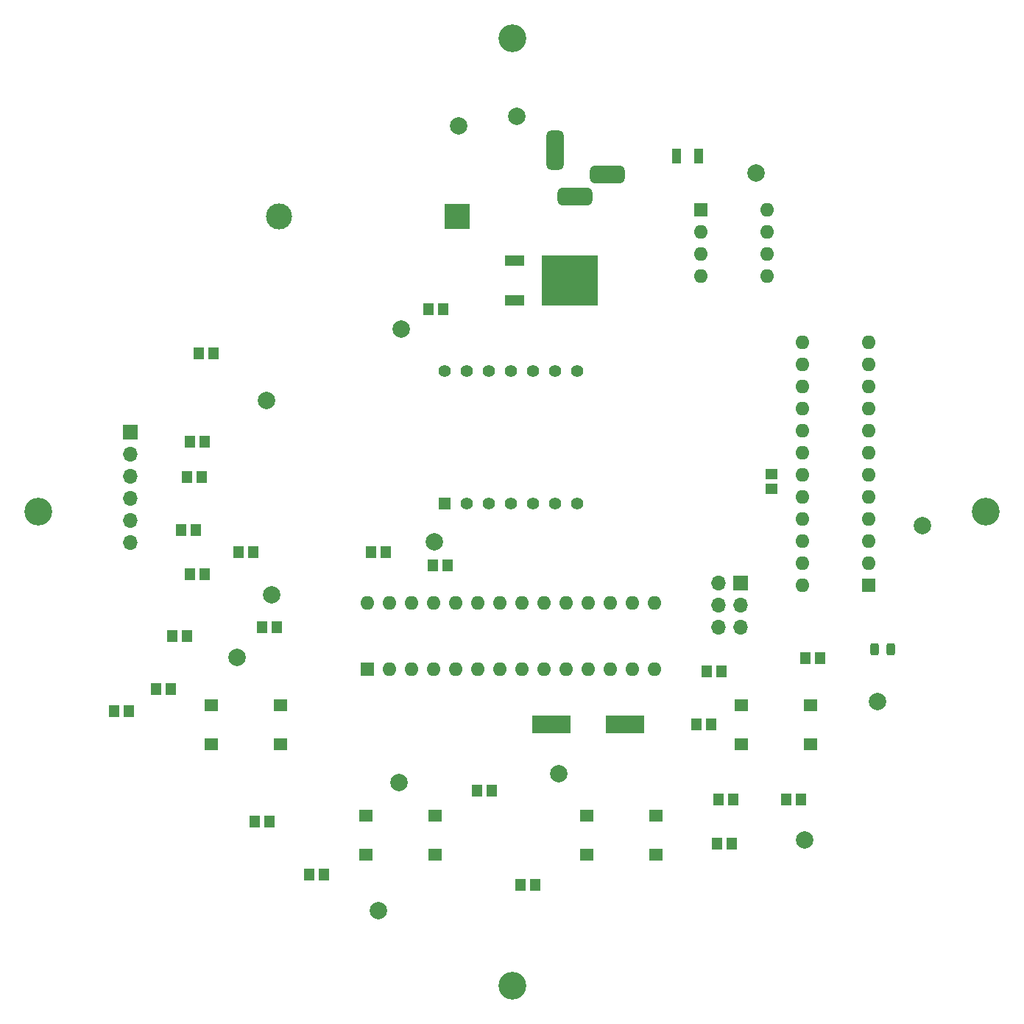
<source format=gbr>
%TF.GenerationSoftware,KiCad,Pcbnew,(6.0.5)*%
%TF.CreationDate,2022-07-22T15:05:17-04:00*%
%TF.ProjectId,circle_clock_design,63697263-6c65-45f6-936c-6f636b5f6465,rev?*%
%TF.SameCoordinates,PX56cacc8PY97b5f08*%
%TF.FileFunction,Soldermask,Top*%
%TF.FilePolarity,Negative*%
%FSLAX46Y46*%
G04 Gerber Fmt 4.6, Leading zero omitted, Abs format (unit mm)*
G04 Created by KiCad (PCBNEW (6.0.5)) date 2022-07-22 15:05:17*
%MOMM*%
%LPD*%
G01*
G04 APERTURE LIST*
G04 Aperture macros list*
%AMRoundRect*
0 Rectangle with rounded corners*
0 $1 Rounding radius*
0 $2 $3 $4 $5 $6 $7 $8 $9 X,Y pos of 4 corners*
0 Add a 4 corners polygon primitive as box body*
4,1,4,$2,$3,$4,$5,$6,$7,$8,$9,$2,$3,0*
0 Add four circle primitives for the rounded corners*
1,1,$1+$1,$2,$3*
1,1,$1+$1,$4,$5*
1,1,$1+$1,$6,$7*
1,1,$1+$1,$8,$9*
0 Add four rect primitives between the rounded corners*
20,1,$1+$1,$2,$3,$4,$5,0*
20,1,$1+$1,$4,$5,$6,$7,0*
20,1,$1+$1,$6,$7,$8,$9,0*
20,1,$1+$1,$8,$9,$2,$3,0*%
G04 Aperture macros list end*
%ADD10C,3.200000*%
%ADD11C,2.000000*%
%ADD12R,1.600000X1.600000*%
%ADD13O,1.600000X1.600000*%
%ADD14R,1.600000X1.400000*%
%ADD15R,1.150000X1.400000*%
%ADD16R,1.000000X1.800000*%
%ADD17R,4.500000X2.000000*%
%ADD18RoundRect,0.243750X-0.243750X-0.456250X0.243750X-0.456250X0.243750X0.456250X-0.243750X0.456250X0*%
%ADD19RoundRect,0.500000X0.500000X-1.750000X0.500000X1.750000X-0.500000X1.750000X-0.500000X-1.750000X0*%
%ADD20RoundRect,0.500000X-1.500000X-0.500000X1.500000X-0.500000X1.500000X0.500000X-1.500000X0.500000X0*%
%ADD21R,2.200000X1.200000*%
%ADD22R,6.400000X5.800000*%
%ADD23R,1.400000X1.150000*%
%ADD24R,1.400000X1.400000*%
%ADD25C,1.400000*%
%ADD26R,1.700000X1.700000*%
%ADD27O,1.700000X1.700000*%
%ADD28R,3.000000X3.000000*%
%ADD29C,3.000000*%
G04 APERTURE END LIST*
D10*
%TO.C,H4*%
X4491800Y59080200D03*
%TD*%
D11*
%TO.C,TP14*%
X64389000Y28930600D03*
%TD*%
%TO.C,TP36*%
X92608400Y21310600D03*
%TD*%
D12*
%TO.C,U4*%
X80695800Y93792200D03*
D13*
X80695800Y91252200D03*
X80695800Y88712200D03*
X80695800Y86172200D03*
X88315800Y86172200D03*
X88315800Y88712200D03*
X88315800Y91252200D03*
X88315800Y93792200D03*
%TD*%
D14*
%TO.C,SW4*%
X85331800Y36870200D03*
X93331800Y36870200D03*
X85331800Y32370200D03*
X93331800Y32370200D03*
%TD*%
D15*
%TO.C,R11*%
X92711800Y42240200D03*
X94411800Y42240200D03*
%TD*%
D12*
%TO.C,U3*%
X42351800Y40980200D03*
D13*
X44891800Y40980200D03*
X47431800Y40980200D03*
X49971800Y40980200D03*
X52511800Y40980200D03*
X55051800Y40980200D03*
X57591800Y40980200D03*
X60131800Y40980200D03*
X62671800Y40980200D03*
X65211800Y40980200D03*
X67751800Y40980200D03*
X70291800Y40980200D03*
X72831800Y40980200D03*
X75371800Y40980200D03*
X75371800Y48600200D03*
X72831800Y48600200D03*
X70291800Y48600200D03*
X67751800Y48600200D03*
X65211800Y48600200D03*
X62671800Y48600200D03*
X60131800Y48600200D03*
X57591800Y48600200D03*
X55051800Y48600200D03*
X52511800Y48600200D03*
X49971800Y48600200D03*
X47431800Y48600200D03*
X44891800Y48600200D03*
X42351800Y48600200D03*
%TD*%
D15*
%TO.C,C6*%
X13184400Y36118800D03*
X14884400Y36118800D03*
%TD*%
D16*
%TO.C,Y2*%
X77921800Y100025200D03*
X80421800Y100025200D03*
%TD*%
D15*
%TO.C,C4*%
X51573800Y52908200D03*
X49873800Y52908200D03*
%TD*%
D11*
%TO.C,TP15*%
X100990400Y37236400D03*
%TD*%
D17*
%TO.C,Y1*%
X71991800Y34620200D03*
X63491800Y34620200D03*
%TD*%
D15*
%TO.C,R10*%
X59906800Y16205200D03*
X61606800Y16205200D03*
%TD*%
%TO.C,R7*%
X56653800Y27000200D03*
X54953800Y27000200D03*
%TD*%
D11*
%TO.C,TP21*%
X27330400Y42341800D03*
%TD*%
%TO.C,TP20*%
X31369000Y49555400D03*
%TD*%
%TO.C,TP10*%
X43637200Y13208000D03*
%TD*%
D18*
%TO.C,D1*%
X100664800Y43256200D03*
X102539800Y43256200D03*
%TD*%
D11*
%TO.C,TP8*%
X45974000Y27940000D03*
%TD*%
D14*
%TO.C,SW1*%
X24371800Y36870200D03*
X32371800Y36870200D03*
X24371800Y32370200D03*
X32371800Y32370200D03*
%TD*%
D15*
%TO.C,C11*%
X19901800Y44780200D03*
X21601800Y44780200D03*
%TD*%
D10*
%TO.C,H2*%
X113491800Y59080200D03*
%TD*%
D15*
%TO.C,C8*%
X37349800Y17348200D03*
X35649800Y17348200D03*
%TD*%
D14*
%TO.C,SW2*%
X42151800Y24170200D03*
X50151800Y24170200D03*
X42151800Y19670200D03*
X50151800Y19670200D03*
%TD*%
D10*
%TO.C,H3*%
X58991800Y4580200D03*
%TD*%
D14*
%TO.C,SW3*%
X67551800Y24170200D03*
X75551800Y24170200D03*
X67551800Y19670200D03*
X75551800Y19670200D03*
%TD*%
D15*
%TO.C,C2*%
X49365800Y82372200D03*
X51065800Y82372200D03*
%TD*%
D19*
%TO.C,J1*%
X63931800Y100660200D03*
D20*
X66231800Y95360200D03*
X69931800Y97860200D03*
%TD*%
D11*
%TO.C,TP2*%
X106172000Y57531000D03*
%TD*%
D15*
%TO.C,C10*%
X83069800Y40716200D03*
X81369800Y40716200D03*
%TD*%
D10*
%TO.C,H1*%
X58991800Y113580200D03*
%TD*%
D11*
%TO.C,TP6*%
X87045800Y98069400D03*
%TD*%
D15*
%TO.C,C14*%
X24649800Y77292200D03*
X22949800Y77292200D03*
%TD*%
D11*
%TO.C,TP24*%
X52832000Y103454200D03*
%TD*%
D21*
%TO.C,U2*%
X59306800Y87960200D03*
D22*
X65606800Y85680200D03*
D21*
X59306800Y83400200D03*
%TD*%
D23*
%TO.C,R1*%
X88823800Y61710200D03*
X88823800Y63410200D03*
%TD*%
D15*
%TO.C,R3*%
X29387800Y23444200D03*
X31087800Y23444200D03*
%TD*%
%TO.C,R8*%
X23633800Y67132200D03*
X21933800Y67132200D03*
%TD*%
%TO.C,C7*%
X82551800Y20904200D03*
X84251800Y20904200D03*
%TD*%
%TO.C,R4*%
X42761800Y54432200D03*
X44461800Y54432200D03*
%TD*%
%TO.C,R5*%
X30227800Y45796200D03*
X31927800Y45796200D03*
%TD*%
%TO.C,C3*%
X20917800Y56972200D03*
X22617800Y56972200D03*
%TD*%
%TO.C,R6*%
X90513800Y25984200D03*
X92213800Y25984200D03*
%TD*%
D11*
%TO.C,TP34*%
X30734000Y71882000D03*
%TD*%
D15*
%TO.C,C1*%
X21933800Y51892200D03*
X23633800Y51892200D03*
%TD*%
D24*
%TO.C,DS1*%
X51231800Y60020200D03*
D25*
X53771800Y60020200D03*
X56311800Y60020200D03*
X58851800Y60020200D03*
X61391800Y60020200D03*
X63931800Y60020200D03*
X66471800Y60020200D03*
X66471800Y75260200D03*
X63931800Y75260200D03*
X61391800Y75260200D03*
X58851800Y75260200D03*
X56311800Y75260200D03*
X53771800Y75260200D03*
X51231800Y75260200D03*
%TD*%
D15*
%TO.C,C13*%
X18035800Y38684200D03*
X19735800Y38684200D03*
%TD*%
D11*
%TO.C,TP5*%
X59486800Y104597200D03*
%TD*%
D12*
%TO.C,U1*%
X99999800Y50617200D03*
D13*
X99999800Y53157200D03*
X99999800Y55697200D03*
X99999800Y58237200D03*
X99999800Y60777200D03*
X99999800Y63317200D03*
X99999800Y65857200D03*
X99999800Y68397200D03*
X99999800Y70937200D03*
X99999800Y73477200D03*
X99999800Y76017200D03*
X99999800Y78557200D03*
X92379800Y78557200D03*
X92379800Y76017200D03*
X92379800Y73477200D03*
X92379800Y70937200D03*
X92379800Y68397200D03*
X92379800Y65857200D03*
X92379800Y63317200D03*
X92379800Y60777200D03*
X92379800Y58237200D03*
X92379800Y55697200D03*
X92379800Y53157200D03*
X92379800Y50617200D03*
%TD*%
D15*
%TO.C,C12*%
X29221800Y54432200D03*
X27521800Y54432200D03*
%TD*%
D11*
%TO.C,TP25*%
X50063400Y55651400D03*
%TD*%
D15*
%TO.C,C5*%
X82727800Y25984200D03*
X84427800Y25984200D03*
%TD*%
D11*
%TO.C,TP33*%
X46228000Y80060800D03*
%TD*%
D15*
%TO.C,R9*%
X23291800Y63068200D03*
X21591800Y63068200D03*
%TD*%
%TO.C,C9*%
X80187800Y34620200D03*
X81887800Y34620200D03*
%TD*%
D26*
%TO.C,J3*%
X85267800Y50876200D03*
D27*
X82727800Y50876200D03*
X85267800Y48336200D03*
X82727800Y48336200D03*
X85267800Y45796200D03*
X82727800Y45796200D03*
%TD*%
D28*
%TO.C,BT1*%
X52685486Y93040183D03*
D29*
X32195486Y93040183D03*
%TD*%
D26*
%TO.C,J2*%
X15036800Y68275200D03*
D27*
X15036800Y65735200D03*
X15036800Y63195200D03*
X15036800Y60655200D03*
X15036800Y58115200D03*
X15036800Y55575200D03*
%TD*%
M02*

</source>
